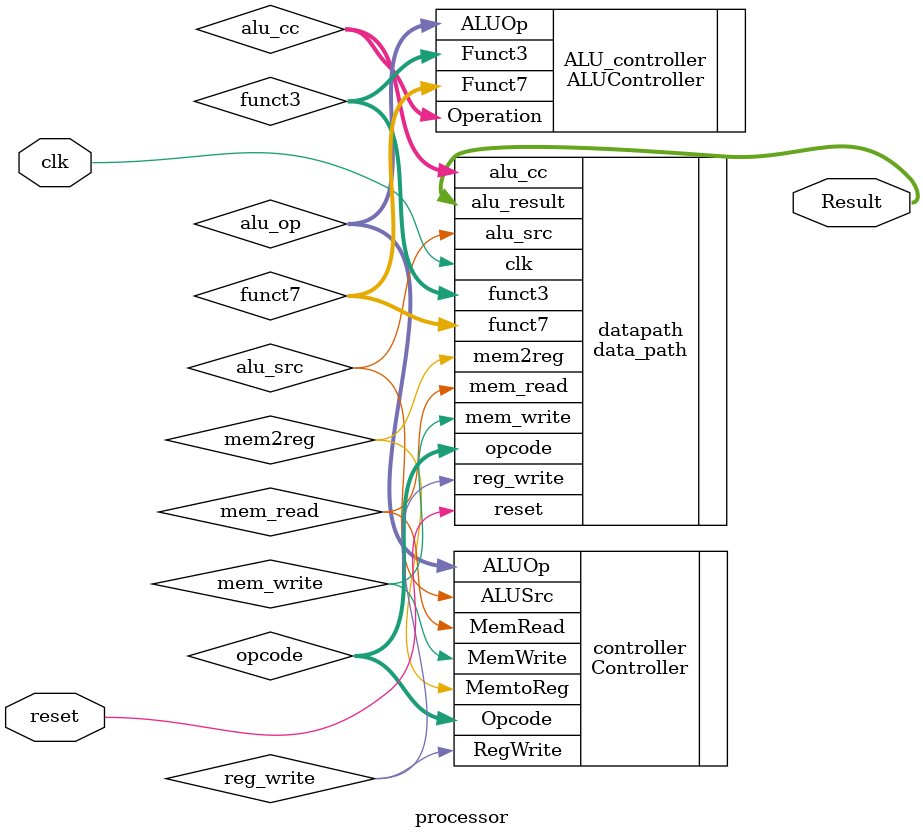
<source format=v>
`timescale 1ns / 1ps

module processor
(
    input clk, reset,
    output [31:0] Result
);

// Define the input and output signals
    wire reg_write;
    wire mem2reg;
    wire alu_src;
    wire mem_write;
    wire mem_read;
    wire [3:0] alu_cc;
    wire [6:0] opcode, funct7;
    wire [2:0] funct3;
    wire [1:0] alu_op;
    
// Define the processor modules behavior
     Controller controller( .Opcode(opcode), .ALUSrc(alu_src), .MemtoReg(mem2reg),
     .MemWrite(mem_write), .MemRead(mem_read), .RegWrite(reg_write), .ALUOp(alu_op) );
                    
     ALUController ALU_controller( .ALUOp(alu_op), .Funct3(funct3), 
     .Funct7(funct7), .Operation(alu_cc) );
                        
     data_path datapath(  .clk(clk), .reset(reset), .reg_write(reg_write), .mem2reg(mem2reg),
     .alu_src(alu_src), .mem_write(mem_write), .mem_read(mem_read), .alu_cc(alu_cc),
     .opcode(opcode), .funct3(funct3), .funct7(funct7), .alu_result(Result) );

endmodule // processor


</source>
